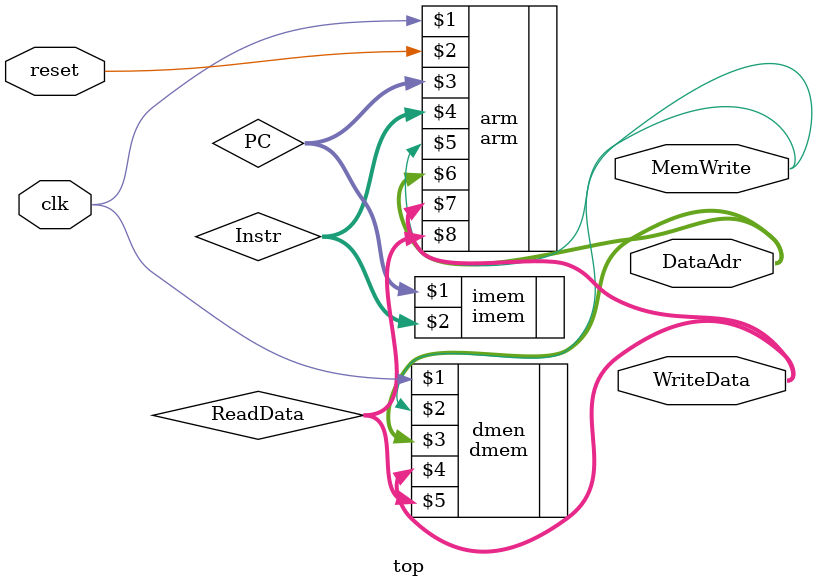
<source format=sv>
module top(input logic 			 clk, reset,
			  output logic [31:0] WriteData, DataAdr,
			  output logic 		 MemWrite);

	logic [31:0] PC, Instr, ReadData;
	
	arm arm(clk, reset, PC, Instr, MemWrite, DataAdr, WriteData, ReadData);
	imem imem(PC, Instr);
	dmem dmen(clk, MemWrite, DataAdr, WriteData, ReadData);


endmodule
</source>
